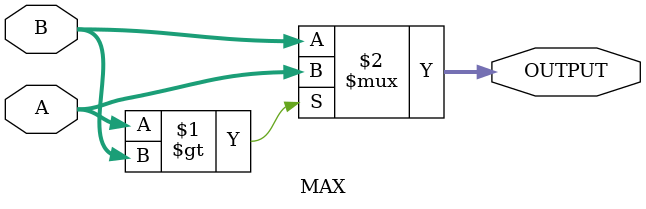
<source format=v>

module MAX(OUTPUT, A, B);
    input signed [11:0] A, B;
    output [11:0] OUTPUT;
    assign OUTPUT = (A > B) ? A : B;
endmodule

</source>
